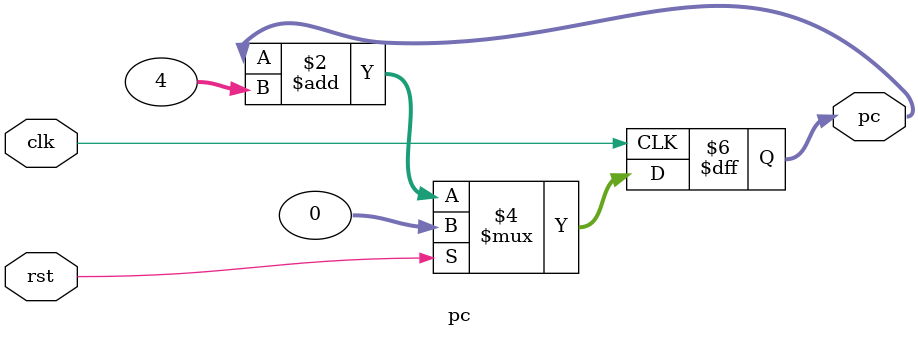
<source format=v>
module pc (
  input         clk,
  input         rst,     // Reset signal
  output reg [31:0] pc   // Output for the Program Counter value
);


  always @(posedge clk) begin

    if (rst) begin

      pc <= 32'h00000000;
    end else begin

      pc <= pc + 4;
    end
  end



endmodule

</source>
